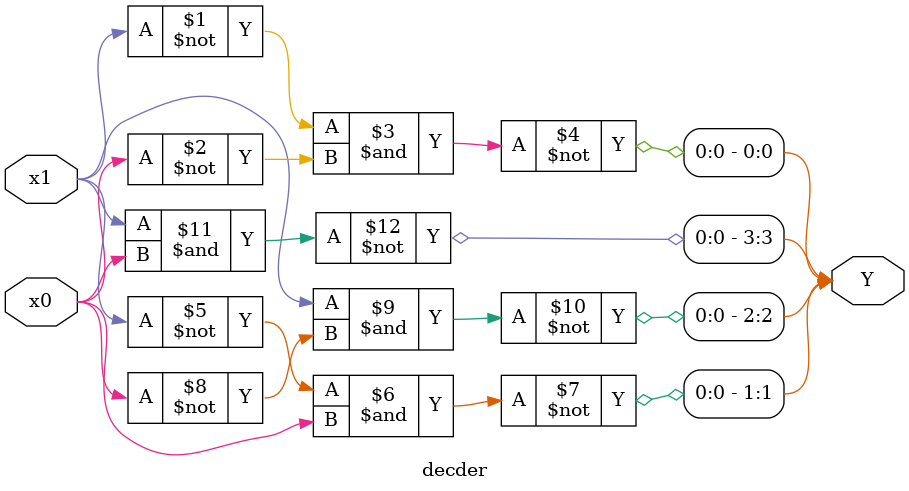
<source format=v>
`timescale 1ns / 1ps


module decder(input x0,x1,output [0:3] Y);
assign Y[0] = ~((~x1)&(~x0)),
       Y[1] = ~((~x1)&(x0)),
       Y[2] = ~((x1)&(~x0)),
       Y[3] = ~(x1&x0); 
endmodule

</source>
